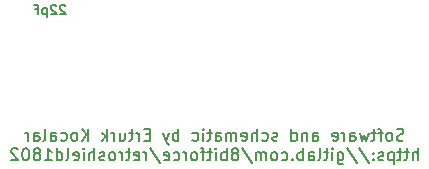
<source format=gbo>
G04 #@! TF.FileFunction,Legend,Bot*
%FSLAX46Y46*%
G04 Gerber Fmt 4.6, Leading zero omitted, Abs format (unit mm)*
G04 Created by KiCad (PCBNEW 4.0.7) date 08/20/19 17:13:51*
%MOMM*%
%LPD*%
G01*
G04 APERTURE LIST*
%ADD10C,0.100000*%
%ADD11C,0.150000*%
G04 APERTURE END LIST*
D10*
D11*
X226796194Y-90384762D02*
X226653337Y-90432381D01*
X226415241Y-90432381D01*
X226320003Y-90384762D01*
X226272384Y-90337143D01*
X226224765Y-90241905D01*
X226224765Y-90146667D01*
X226272384Y-90051429D01*
X226320003Y-90003810D01*
X226415241Y-89956190D01*
X226605718Y-89908571D01*
X226700956Y-89860952D01*
X226748575Y-89813333D01*
X226796194Y-89718095D01*
X226796194Y-89622857D01*
X226748575Y-89527619D01*
X226700956Y-89480000D01*
X226605718Y-89432381D01*
X226367622Y-89432381D01*
X226224765Y-89480000D01*
X225653337Y-90432381D02*
X225748575Y-90384762D01*
X225796194Y-90337143D01*
X225843813Y-90241905D01*
X225843813Y-89956190D01*
X225796194Y-89860952D01*
X225748575Y-89813333D01*
X225653337Y-89765714D01*
X225510479Y-89765714D01*
X225415241Y-89813333D01*
X225367622Y-89860952D01*
X225320003Y-89956190D01*
X225320003Y-90241905D01*
X225367622Y-90337143D01*
X225415241Y-90384762D01*
X225510479Y-90432381D01*
X225653337Y-90432381D01*
X225034289Y-89765714D02*
X224653337Y-89765714D01*
X224891432Y-90432381D02*
X224891432Y-89575238D01*
X224843813Y-89480000D01*
X224748575Y-89432381D01*
X224653337Y-89432381D01*
X224462860Y-89765714D02*
X224081908Y-89765714D01*
X224320003Y-89432381D02*
X224320003Y-90289524D01*
X224272384Y-90384762D01*
X224177146Y-90432381D01*
X224081908Y-90432381D01*
X223843812Y-89765714D02*
X223653336Y-90432381D01*
X223462859Y-89956190D01*
X223272383Y-90432381D01*
X223081907Y-89765714D01*
X222272383Y-90432381D02*
X222272383Y-89908571D01*
X222320002Y-89813333D01*
X222415240Y-89765714D01*
X222605717Y-89765714D01*
X222700955Y-89813333D01*
X222272383Y-90384762D02*
X222367621Y-90432381D01*
X222605717Y-90432381D01*
X222700955Y-90384762D01*
X222748574Y-90289524D01*
X222748574Y-90194286D01*
X222700955Y-90099048D01*
X222605717Y-90051429D01*
X222367621Y-90051429D01*
X222272383Y-90003810D01*
X221796193Y-90432381D02*
X221796193Y-89765714D01*
X221796193Y-89956190D02*
X221748574Y-89860952D01*
X221700955Y-89813333D01*
X221605717Y-89765714D01*
X221510478Y-89765714D01*
X220796192Y-90384762D02*
X220891430Y-90432381D01*
X221081907Y-90432381D01*
X221177145Y-90384762D01*
X221224764Y-90289524D01*
X221224764Y-89908571D01*
X221177145Y-89813333D01*
X221081907Y-89765714D01*
X220891430Y-89765714D01*
X220796192Y-89813333D01*
X220748573Y-89908571D01*
X220748573Y-90003810D01*
X221224764Y-90099048D01*
X219129525Y-90432381D02*
X219129525Y-89908571D01*
X219177144Y-89813333D01*
X219272382Y-89765714D01*
X219462859Y-89765714D01*
X219558097Y-89813333D01*
X219129525Y-90384762D02*
X219224763Y-90432381D01*
X219462859Y-90432381D01*
X219558097Y-90384762D01*
X219605716Y-90289524D01*
X219605716Y-90194286D01*
X219558097Y-90099048D01*
X219462859Y-90051429D01*
X219224763Y-90051429D01*
X219129525Y-90003810D01*
X218653335Y-89765714D02*
X218653335Y-90432381D01*
X218653335Y-89860952D02*
X218605716Y-89813333D01*
X218510478Y-89765714D01*
X218367620Y-89765714D01*
X218272382Y-89813333D01*
X218224763Y-89908571D01*
X218224763Y-90432381D01*
X217320001Y-90432381D02*
X217320001Y-89432381D01*
X217320001Y-90384762D02*
X217415239Y-90432381D01*
X217605716Y-90432381D01*
X217700954Y-90384762D01*
X217748573Y-90337143D01*
X217796192Y-90241905D01*
X217796192Y-89956190D01*
X217748573Y-89860952D01*
X217700954Y-89813333D01*
X217605716Y-89765714D01*
X217415239Y-89765714D01*
X217320001Y-89813333D01*
X216129525Y-90384762D02*
X216034287Y-90432381D01*
X215843811Y-90432381D01*
X215748572Y-90384762D01*
X215700953Y-90289524D01*
X215700953Y-90241905D01*
X215748572Y-90146667D01*
X215843811Y-90099048D01*
X215986668Y-90099048D01*
X216081906Y-90051429D01*
X216129525Y-89956190D01*
X216129525Y-89908571D01*
X216081906Y-89813333D01*
X215986668Y-89765714D01*
X215843811Y-89765714D01*
X215748572Y-89813333D01*
X214843810Y-90384762D02*
X214939048Y-90432381D01*
X215129525Y-90432381D01*
X215224763Y-90384762D01*
X215272382Y-90337143D01*
X215320001Y-90241905D01*
X215320001Y-89956190D01*
X215272382Y-89860952D01*
X215224763Y-89813333D01*
X215129525Y-89765714D01*
X214939048Y-89765714D01*
X214843810Y-89813333D01*
X214415239Y-90432381D02*
X214415239Y-89432381D01*
X213986667Y-90432381D02*
X213986667Y-89908571D01*
X214034286Y-89813333D01*
X214129524Y-89765714D01*
X214272382Y-89765714D01*
X214367620Y-89813333D01*
X214415239Y-89860952D01*
X213129524Y-90384762D02*
X213224762Y-90432381D01*
X213415239Y-90432381D01*
X213510477Y-90384762D01*
X213558096Y-90289524D01*
X213558096Y-89908571D01*
X213510477Y-89813333D01*
X213415239Y-89765714D01*
X213224762Y-89765714D01*
X213129524Y-89813333D01*
X213081905Y-89908571D01*
X213081905Y-90003810D01*
X213558096Y-90099048D01*
X212653334Y-90432381D02*
X212653334Y-89765714D01*
X212653334Y-89860952D02*
X212605715Y-89813333D01*
X212510477Y-89765714D01*
X212367619Y-89765714D01*
X212272381Y-89813333D01*
X212224762Y-89908571D01*
X212224762Y-90432381D01*
X212224762Y-89908571D02*
X212177143Y-89813333D01*
X212081905Y-89765714D01*
X211939048Y-89765714D01*
X211843810Y-89813333D01*
X211796191Y-89908571D01*
X211796191Y-90432381D01*
X210891429Y-90432381D02*
X210891429Y-89908571D01*
X210939048Y-89813333D01*
X211034286Y-89765714D01*
X211224763Y-89765714D01*
X211320001Y-89813333D01*
X210891429Y-90384762D02*
X210986667Y-90432381D01*
X211224763Y-90432381D01*
X211320001Y-90384762D01*
X211367620Y-90289524D01*
X211367620Y-90194286D01*
X211320001Y-90099048D01*
X211224763Y-90051429D01*
X210986667Y-90051429D01*
X210891429Y-90003810D01*
X210558096Y-89765714D02*
X210177144Y-89765714D01*
X210415239Y-89432381D02*
X210415239Y-90289524D01*
X210367620Y-90384762D01*
X210272382Y-90432381D01*
X210177144Y-90432381D01*
X209843810Y-90432381D02*
X209843810Y-89765714D01*
X209843810Y-89432381D02*
X209891429Y-89480000D01*
X209843810Y-89527619D01*
X209796191Y-89480000D01*
X209843810Y-89432381D01*
X209843810Y-89527619D01*
X208939048Y-90384762D02*
X209034286Y-90432381D01*
X209224763Y-90432381D01*
X209320001Y-90384762D01*
X209367620Y-90337143D01*
X209415239Y-90241905D01*
X209415239Y-89956190D01*
X209367620Y-89860952D01*
X209320001Y-89813333D01*
X209224763Y-89765714D01*
X209034286Y-89765714D01*
X208939048Y-89813333D01*
X207748572Y-90432381D02*
X207748572Y-89432381D01*
X207748572Y-89813333D02*
X207653334Y-89765714D01*
X207462857Y-89765714D01*
X207367619Y-89813333D01*
X207320000Y-89860952D01*
X207272381Y-89956190D01*
X207272381Y-90241905D01*
X207320000Y-90337143D01*
X207367619Y-90384762D01*
X207462857Y-90432381D01*
X207653334Y-90432381D01*
X207748572Y-90384762D01*
X206939048Y-89765714D02*
X206700953Y-90432381D01*
X206462857Y-89765714D02*
X206700953Y-90432381D01*
X206796191Y-90670476D01*
X206843810Y-90718095D01*
X206939048Y-90765714D01*
X205320000Y-89908571D02*
X204986666Y-89908571D01*
X204843809Y-90432381D02*
X205320000Y-90432381D01*
X205320000Y-89432381D01*
X204843809Y-89432381D01*
X204415238Y-90432381D02*
X204415238Y-89765714D01*
X204415238Y-89956190D02*
X204367619Y-89860952D01*
X204320000Y-89813333D01*
X204224762Y-89765714D01*
X204129523Y-89765714D01*
X203939047Y-89765714D02*
X203558095Y-89765714D01*
X203796190Y-89432381D02*
X203796190Y-90289524D01*
X203748571Y-90384762D01*
X203653333Y-90432381D01*
X203558095Y-90432381D01*
X202796189Y-89765714D02*
X202796189Y-90432381D01*
X203224761Y-89765714D02*
X203224761Y-90289524D01*
X203177142Y-90384762D01*
X203081904Y-90432381D01*
X202939046Y-90432381D01*
X202843808Y-90384762D01*
X202796189Y-90337143D01*
X202319999Y-90432381D02*
X202319999Y-89765714D01*
X202319999Y-89956190D02*
X202272380Y-89860952D01*
X202224761Y-89813333D01*
X202129523Y-89765714D01*
X202034284Y-89765714D01*
X201700951Y-90432381D02*
X201700951Y-89432381D01*
X201605713Y-90051429D02*
X201319998Y-90432381D01*
X201319998Y-89765714D02*
X201700951Y-90146667D01*
X200129522Y-90432381D02*
X200129522Y-89432381D01*
X199558093Y-90432381D02*
X199986665Y-89860952D01*
X199558093Y-89432381D02*
X200129522Y-90003810D01*
X198986665Y-90432381D02*
X199081903Y-90384762D01*
X199129522Y-90337143D01*
X199177141Y-90241905D01*
X199177141Y-89956190D01*
X199129522Y-89860952D01*
X199081903Y-89813333D01*
X198986665Y-89765714D01*
X198843807Y-89765714D01*
X198748569Y-89813333D01*
X198700950Y-89860952D01*
X198653331Y-89956190D01*
X198653331Y-90241905D01*
X198700950Y-90337143D01*
X198748569Y-90384762D01*
X198843807Y-90432381D01*
X198986665Y-90432381D01*
X197796188Y-90384762D02*
X197891426Y-90432381D01*
X198081903Y-90432381D01*
X198177141Y-90384762D01*
X198224760Y-90337143D01*
X198272379Y-90241905D01*
X198272379Y-89956190D01*
X198224760Y-89860952D01*
X198177141Y-89813333D01*
X198081903Y-89765714D01*
X197891426Y-89765714D01*
X197796188Y-89813333D01*
X196939045Y-90432381D02*
X196939045Y-89908571D01*
X196986664Y-89813333D01*
X197081902Y-89765714D01*
X197272379Y-89765714D01*
X197367617Y-89813333D01*
X196939045Y-90384762D02*
X197034283Y-90432381D01*
X197272379Y-90432381D01*
X197367617Y-90384762D01*
X197415236Y-90289524D01*
X197415236Y-90194286D01*
X197367617Y-90099048D01*
X197272379Y-90051429D01*
X197034283Y-90051429D01*
X196939045Y-90003810D01*
X196319998Y-90432381D02*
X196415236Y-90384762D01*
X196462855Y-90289524D01*
X196462855Y-89432381D01*
X195510473Y-90432381D02*
X195510473Y-89908571D01*
X195558092Y-89813333D01*
X195653330Y-89765714D01*
X195843807Y-89765714D01*
X195939045Y-89813333D01*
X195510473Y-90384762D02*
X195605711Y-90432381D01*
X195843807Y-90432381D01*
X195939045Y-90384762D01*
X195986664Y-90289524D01*
X195986664Y-90194286D01*
X195939045Y-90099048D01*
X195843807Y-90051429D01*
X195605711Y-90051429D01*
X195510473Y-90003810D01*
X195034283Y-90432381D02*
X195034283Y-89765714D01*
X195034283Y-89956190D02*
X194986664Y-89860952D01*
X194939045Y-89813333D01*
X194843807Y-89765714D01*
X194748568Y-89765714D01*
X228010478Y-92082381D02*
X228010478Y-91082381D01*
X227581906Y-92082381D02*
X227581906Y-91558571D01*
X227629525Y-91463333D01*
X227724763Y-91415714D01*
X227867621Y-91415714D01*
X227962859Y-91463333D01*
X228010478Y-91510952D01*
X227248573Y-91415714D02*
X226867621Y-91415714D01*
X227105716Y-91082381D02*
X227105716Y-91939524D01*
X227058097Y-92034762D01*
X226962859Y-92082381D01*
X226867621Y-92082381D01*
X226677144Y-91415714D02*
X226296192Y-91415714D01*
X226534287Y-91082381D02*
X226534287Y-91939524D01*
X226486668Y-92034762D01*
X226391430Y-92082381D01*
X226296192Y-92082381D01*
X225962858Y-91415714D02*
X225962858Y-92415714D01*
X225962858Y-91463333D02*
X225867620Y-91415714D01*
X225677143Y-91415714D01*
X225581905Y-91463333D01*
X225534286Y-91510952D01*
X225486667Y-91606190D01*
X225486667Y-91891905D01*
X225534286Y-91987143D01*
X225581905Y-92034762D01*
X225677143Y-92082381D01*
X225867620Y-92082381D01*
X225962858Y-92034762D01*
X225105715Y-92034762D02*
X225010477Y-92082381D01*
X224820001Y-92082381D01*
X224724762Y-92034762D01*
X224677143Y-91939524D01*
X224677143Y-91891905D01*
X224724762Y-91796667D01*
X224820001Y-91749048D01*
X224962858Y-91749048D01*
X225058096Y-91701429D01*
X225105715Y-91606190D01*
X225105715Y-91558571D01*
X225058096Y-91463333D01*
X224962858Y-91415714D01*
X224820001Y-91415714D01*
X224724762Y-91463333D01*
X224248572Y-91987143D02*
X224200953Y-92034762D01*
X224248572Y-92082381D01*
X224296191Y-92034762D01*
X224248572Y-91987143D01*
X224248572Y-92082381D01*
X224248572Y-91463333D02*
X224200953Y-91510952D01*
X224248572Y-91558571D01*
X224296191Y-91510952D01*
X224248572Y-91463333D01*
X224248572Y-91558571D01*
X223058096Y-91034762D02*
X223915239Y-92320476D01*
X222010477Y-91034762D02*
X222867620Y-92320476D01*
X221248572Y-91415714D02*
X221248572Y-92225238D01*
X221296191Y-92320476D01*
X221343810Y-92368095D01*
X221439049Y-92415714D01*
X221581906Y-92415714D01*
X221677144Y-92368095D01*
X221248572Y-92034762D02*
X221343810Y-92082381D01*
X221534287Y-92082381D01*
X221629525Y-92034762D01*
X221677144Y-91987143D01*
X221724763Y-91891905D01*
X221724763Y-91606190D01*
X221677144Y-91510952D01*
X221629525Y-91463333D01*
X221534287Y-91415714D01*
X221343810Y-91415714D01*
X221248572Y-91463333D01*
X220772382Y-92082381D02*
X220772382Y-91415714D01*
X220772382Y-91082381D02*
X220820001Y-91130000D01*
X220772382Y-91177619D01*
X220724763Y-91130000D01*
X220772382Y-91082381D01*
X220772382Y-91177619D01*
X220439049Y-91415714D02*
X220058097Y-91415714D01*
X220296192Y-91082381D02*
X220296192Y-91939524D01*
X220248573Y-92034762D01*
X220153335Y-92082381D01*
X220058097Y-92082381D01*
X219581906Y-92082381D02*
X219677144Y-92034762D01*
X219724763Y-91939524D01*
X219724763Y-91082381D01*
X218772381Y-92082381D02*
X218772381Y-91558571D01*
X218820000Y-91463333D01*
X218915238Y-91415714D01*
X219105715Y-91415714D01*
X219200953Y-91463333D01*
X218772381Y-92034762D02*
X218867619Y-92082381D01*
X219105715Y-92082381D01*
X219200953Y-92034762D01*
X219248572Y-91939524D01*
X219248572Y-91844286D01*
X219200953Y-91749048D01*
X219105715Y-91701429D01*
X218867619Y-91701429D01*
X218772381Y-91653810D01*
X218296191Y-92082381D02*
X218296191Y-91082381D01*
X218296191Y-91463333D02*
X218200953Y-91415714D01*
X218010476Y-91415714D01*
X217915238Y-91463333D01*
X217867619Y-91510952D01*
X217820000Y-91606190D01*
X217820000Y-91891905D01*
X217867619Y-91987143D01*
X217915238Y-92034762D01*
X218010476Y-92082381D01*
X218200953Y-92082381D01*
X218296191Y-92034762D01*
X217391429Y-91987143D02*
X217343810Y-92034762D01*
X217391429Y-92082381D01*
X217439048Y-92034762D01*
X217391429Y-91987143D01*
X217391429Y-92082381D01*
X216486667Y-92034762D02*
X216581905Y-92082381D01*
X216772382Y-92082381D01*
X216867620Y-92034762D01*
X216915239Y-91987143D01*
X216962858Y-91891905D01*
X216962858Y-91606190D01*
X216915239Y-91510952D01*
X216867620Y-91463333D01*
X216772382Y-91415714D01*
X216581905Y-91415714D01*
X216486667Y-91463333D01*
X215915239Y-92082381D02*
X216010477Y-92034762D01*
X216058096Y-91987143D01*
X216105715Y-91891905D01*
X216105715Y-91606190D01*
X216058096Y-91510952D01*
X216010477Y-91463333D01*
X215915239Y-91415714D01*
X215772381Y-91415714D01*
X215677143Y-91463333D01*
X215629524Y-91510952D01*
X215581905Y-91606190D01*
X215581905Y-91891905D01*
X215629524Y-91987143D01*
X215677143Y-92034762D01*
X215772381Y-92082381D01*
X215915239Y-92082381D01*
X215153334Y-92082381D02*
X215153334Y-91415714D01*
X215153334Y-91510952D02*
X215105715Y-91463333D01*
X215010477Y-91415714D01*
X214867619Y-91415714D01*
X214772381Y-91463333D01*
X214724762Y-91558571D01*
X214724762Y-92082381D01*
X214724762Y-91558571D02*
X214677143Y-91463333D01*
X214581905Y-91415714D01*
X214439048Y-91415714D01*
X214343810Y-91463333D01*
X214296191Y-91558571D01*
X214296191Y-92082381D01*
X213105715Y-91034762D02*
X213962858Y-92320476D01*
X212629525Y-91510952D02*
X212724763Y-91463333D01*
X212772382Y-91415714D01*
X212820001Y-91320476D01*
X212820001Y-91272857D01*
X212772382Y-91177619D01*
X212724763Y-91130000D01*
X212629525Y-91082381D01*
X212439048Y-91082381D01*
X212343810Y-91130000D01*
X212296191Y-91177619D01*
X212248572Y-91272857D01*
X212248572Y-91320476D01*
X212296191Y-91415714D01*
X212343810Y-91463333D01*
X212439048Y-91510952D01*
X212629525Y-91510952D01*
X212724763Y-91558571D01*
X212772382Y-91606190D01*
X212820001Y-91701429D01*
X212820001Y-91891905D01*
X212772382Y-91987143D01*
X212724763Y-92034762D01*
X212629525Y-92082381D01*
X212439048Y-92082381D01*
X212343810Y-92034762D01*
X212296191Y-91987143D01*
X212248572Y-91891905D01*
X212248572Y-91701429D01*
X212296191Y-91606190D01*
X212343810Y-91558571D01*
X212439048Y-91510952D01*
X211820001Y-92082381D02*
X211820001Y-91082381D01*
X211820001Y-91463333D02*
X211724763Y-91415714D01*
X211534286Y-91415714D01*
X211439048Y-91463333D01*
X211391429Y-91510952D01*
X211343810Y-91606190D01*
X211343810Y-91891905D01*
X211391429Y-91987143D01*
X211439048Y-92034762D01*
X211534286Y-92082381D01*
X211724763Y-92082381D01*
X211820001Y-92034762D01*
X210915239Y-92082381D02*
X210915239Y-91415714D01*
X210915239Y-91082381D02*
X210962858Y-91130000D01*
X210915239Y-91177619D01*
X210867620Y-91130000D01*
X210915239Y-91082381D01*
X210915239Y-91177619D01*
X210581906Y-91415714D02*
X210200954Y-91415714D01*
X210439049Y-91082381D02*
X210439049Y-91939524D01*
X210391430Y-92034762D01*
X210296192Y-92082381D01*
X210200954Y-92082381D01*
X210010477Y-91415714D02*
X209629525Y-91415714D01*
X209867620Y-92082381D02*
X209867620Y-91225238D01*
X209820001Y-91130000D01*
X209724763Y-91082381D01*
X209629525Y-91082381D01*
X209153334Y-92082381D02*
X209248572Y-92034762D01*
X209296191Y-91987143D01*
X209343810Y-91891905D01*
X209343810Y-91606190D01*
X209296191Y-91510952D01*
X209248572Y-91463333D01*
X209153334Y-91415714D01*
X209010476Y-91415714D01*
X208915238Y-91463333D01*
X208867619Y-91510952D01*
X208820000Y-91606190D01*
X208820000Y-91891905D01*
X208867619Y-91987143D01*
X208915238Y-92034762D01*
X209010476Y-92082381D01*
X209153334Y-92082381D01*
X208391429Y-92082381D02*
X208391429Y-91415714D01*
X208391429Y-91606190D02*
X208343810Y-91510952D01*
X208296191Y-91463333D01*
X208200953Y-91415714D01*
X208105714Y-91415714D01*
X207343809Y-92034762D02*
X207439047Y-92082381D01*
X207629524Y-92082381D01*
X207724762Y-92034762D01*
X207772381Y-91987143D01*
X207820000Y-91891905D01*
X207820000Y-91606190D01*
X207772381Y-91510952D01*
X207724762Y-91463333D01*
X207629524Y-91415714D01*
X207439047Y-91415714D01*
X207343809Y-91463333D01*
X206534285Y-92034762D02*
X206629523Y-92082381D01*
X206820000Y-92082381D01*
X206915238Y-92034762D01*
X206962857Y-91939524D01*
X206962857Y-91558571D01*
X206915238Y-91463333D01*
X206820000Y-91415714D01*
X206629523Y-91415714D01*
X206534285Y-91463333D01*
X206486666Y-91558571D01*
X206486666Y-91653810D01*
X206962857Y-91749048D01*
X205343809Y-91034762D02*
X206200952Y-92320476D01*
X205010476Y-92082381D02*
X205010476Y-91415714D01*
X205010476Y-91606190D02*
X204962857Y-91510952D01*
X204915238Y-91463333D01*
X204820000Y-91415714D01*
X204724761Y-91415714D01*
X204010475Y-92034762D02*
X204105713Y-92082381D01*
X204296190Y-92082381D01*
X204391428Y-92034762D01*
X204439047Y-91939524D01*
X204439047Y-91558571D01*
X204391428Y-91463333D01*
X204296190Y-91415714D01*
X204105713Y-91415714D01*
X204010475Y-91463333D01*
X203962856Y-91558571D01*
X203962856Y-91653810D01*
X204439047Y-91749048D01*
X203677142Y-91415714D02*
X203296190Y-91415714D01*
X203534285Y-91082381D02*
X203534285Y-91939524D01*
X203486666Y-92034762D01*
X203391428Y-92082381D01*
X203296190Y-92082381D01*
X202962856Y-92082381D02*
X202962856Y-91415714D01*
X202962856Y-91606190D02*
X202915237Y-91510952D01*
X202867618Y-91463333D01*
X202772380Y-91415714D01*
X202677141Y-91415714D01*
X202200951Y-92082381D02*
X202296189Y-92034762D01*
X202343808Y-91987143D01*
X202391427Y-91891905D01*
X202391427Y-91606190D01*
X202343808Y-91510952D01*
X202296189Y-91463333D01*
X202200951Y-91415714D01*
X202058093Y-91415714D01*
X201962855Y-91463333D01*
X201915236Y-91510952D01*
X201867617Y-91606190D01*
X201867617Y-91891905D01*
X201915236Y-91987143D01*
X201962855Y-92034762D01*
X202058093Y-92082381D01*
X202200951Y-92082381D01*
X201486665Y-92034762D02*
X201391427Y-92082381D01*
X201200951Y-92082381D01*
X201105712Y-92034762D01*
X201058093Y-91939524D01*
X201058093Y-91891905D01*
X201105712Y-91796667D01*
X201200951Y-91749048D01*
X201343808Y-91749048D01*
X201439046Y-91701429D01*
X201486665Y-91606190D01*
X201486665Y-91558571D01*
X201439046Y-91463333D01*
X201343808Y-91415714D01*
X201200951Y-91415714D01*
X201105712Y-91463333D01*
X200629522Y-92082381D02*
X200629522Y-91082381D01*
X200200950Y-92082381D02*
X200200950Y-91558571D01*
X200248569Y-91463333D01*
X200343807Y-91415714D01*
X200486665Y-91415714D01*
X200581903Y-91463333D01*
X200629522Y-91510952D01*
X199724760Y-92082381D02*
X199724760Y-91415714D01*
X199724760Y-91082381D02*
X199772379Y-91130000D01*
X199724760Y-91177619D01*
X199677141Y-91130000D01*
X199724760Y-91082381D01*
X199724760Y-91177619D01*
X198867617Y-92034762D02*
X198962855Y-92082381D01*
X199153332Y-92082381D01*
X199248570Y-92034762D01*
X199296189Y-91939524D01*
X199296189Y-91558571D01*
X199248570Y-91463333D01*
X199153332Y-91415714D01*
X198962855Y-91415714D01*
X198867617Y-91463333D01*
X198819998Y-91558571D01*
X198819998Y-91653810D01*
X199296189Y-91749048D01*
X198248570Y-92082381D02*
X198343808Y-92034762D01*
X198391427Y-91939524D01*
X198391427Y-91082381D01*
X197439045Y-92082381D02*
X197439045Y-91082381D01*
X197439045Y-92034762D02*
X197534283Y-92082381D01*
X197724760Y-92082381D01*
X197819998Y-92034762D01*
X197867617Y-91987143D01*
X197915236Y-91891905D01*
X197915236Y-91606190D01*
X197867617Y-91510952D01*
X197819998Y-91463333D01*
X197724760Y-91415714D01*
X197534283Y-91415714D01*
X197439045Y-91463333D01*
X196439045Y-92082381D02*
X197010474Y-92082381D01*
X196724760Y-92082381D02*
X196724760Y-91082381D01*
X196819998Y-91225238D01*
X196915236Y-91320476D01*
X197010474Y-91368095D01*
X195867617Y-91510952D02*
X195962855Y-91463333D01*
X196010474Y-91415714D01*
X196058093Y-91320476D01*
X196058093Y-91272857D01*
X196010474Y-91177619D01*
X195962855Y-91130000D01*
X195867617Y-91082381D01*
X195677140Y-91082381D01*
X195581902Y-91130000D01*
X195534283Y-91177619D01*
X195486664Y-91272857D01*
X195486664Y-91320476D01*
X195534283Y-91415714D01*
X195581902Y-91463333D01*
X195677140Y-91510952D01*
X195867617Y-91510952D01*
X195962855Y-91558571D01*
X196010474Y-91606190D01*
X196058093Y-91701429D01*
X196058093Y-91891905D01*
X196010474Y-91987143D01*
X195962855Y-92034762D01*
X195867617Y-92082381D01*
X195677140Y-92082381D01*
X195581902Y-92034762D01*
X195534283Y-91987143D01*
X195486664Y-91891905D01*
X195486664Y-91701429D01*
X195534283Y-91606190D01*
X195581902Y-91558571D01*
X195677140Y-91510952D01*
X194867617Y-91082381D02*
X194772378Y-91082381D01*
X194677140Y-91130000D01*
X194629521Y-91177619D01*
X194581902Y-91272857D01*
X194534283Y-91463333D01*
X194534283Y-91701429D01*
X194581902Y-91891905D01*
X194629521Y-91987143D01*
X194677140Y-92034762D01*
X194772378Y-92082381D01*
X194867617Y-92082381D01*
X194962855Y-92034762D01*
X195010474Y-91987143D01*
X195058093Y-91891905D01*
X195105712Y-91701429D01*
X195105712Y-91463333D01*
X195058093Y-91272857D01*
X195010474Y-91177619D01*
X194962855Y-91130000D01*
X194867617Y-91082381D01*
X194153331Y-91177619D02*
X194105712Y-91130000D01*
X194010474Y-91082381D01*
X193772378Y-91082381D01*
X193677140Y-91130000D01*
X193629521Y-91177619D01*
X193581902Y-91272857D01*
X193581902Y-91368095D01*
X193629521Y-91510952D01*
X194200950Y-92082381D01*
X193581902Y-92082381D01*
X198164286Y-79013095D02*
X198126191Y-78975000D01*
X198050000Y-78936905D01*
X197859524Y-78936905D01*
X197783334Y-78975000D01*
X197745238Y-79013095D01*
X197707143Y-79089286D01*
X197707143Y-79165476D01*
X197745238Y-79279762D01*
X198202381Y-79736905D01*
X197707143Y-79736905D01*
X197402381Y-79013095D02*
X197364286Y-78975000D01*
X197288095Y-78936905D01*
X197097619Y-78936905D01*
X197021429Y-78975000D01*
X196983333Y-79013095D01*
X196945238Y-79089286D01*
X196945238Y-79165476D01*
X196983333Y-79279762D01*
X197440476Y-79736905D01*
X196945238Y-79736905D01*
X196602381Y-79203571D02*
X196602381Y-80003571D01*
X196602381Y-79241667D02*
X196526190Y-79203571D01*
X196373809Y-79203571D01*
X196297619Y-79241667D01*
X196259524Y-79279762D01*
X196221428Y-79355952D01*
X196221428Y-79584524D01*
X196259524Y-79660714D01*
X196297619Y-79698810D01*
X196373809Y-79736905D01*
X196526190Y-79736905D01*
X196602381Y-79698810D01*
X195611904Y-79317857D02*
X195878571Y-79317857D01*
X195878571Y-79736905D02*
X195878571Y-78936905D01*
X195497618Y-78936905D01*
M02*

</source>
